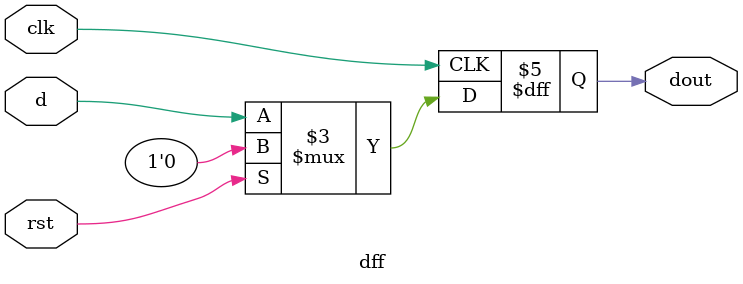
<source format=v>

module dff(
    input clk,
    input rst,
    input d,
    output reg dout
);

    always @(posedge clk) begin
        if (rst)
            dout <= 1'b0;
        else
            dout <= d;
    end

endmodule

</source>
